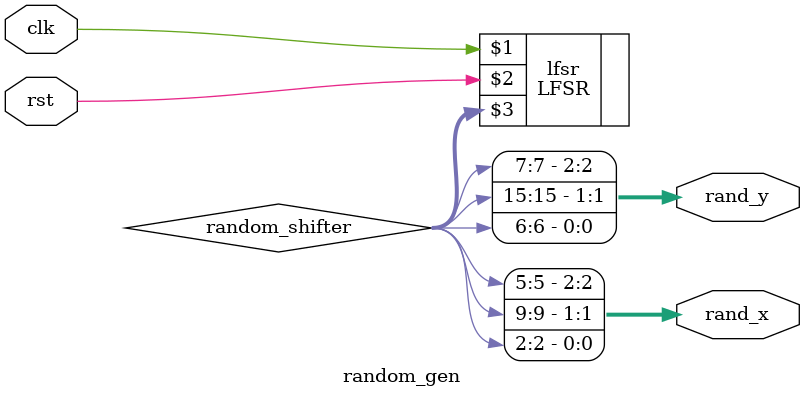
<source format=v>
module random_gen (
    input clk,
    input rst,
    output reg [2:0] rand_x,
    output reg [2:0] rand_y
);
    wire [15:0] random_shifter;
    //reg [15:0] counter;
    LFSR lfsr(clk, rst, random_shifter);

    always @(*) begin
        rand_x = {random_shifter[5], random_shifter[9], random_shifter[2]};
        rand_y = {random_shifter[7], random_shifter[15], random_shifter[6]};
    end

endmodule
</source>
